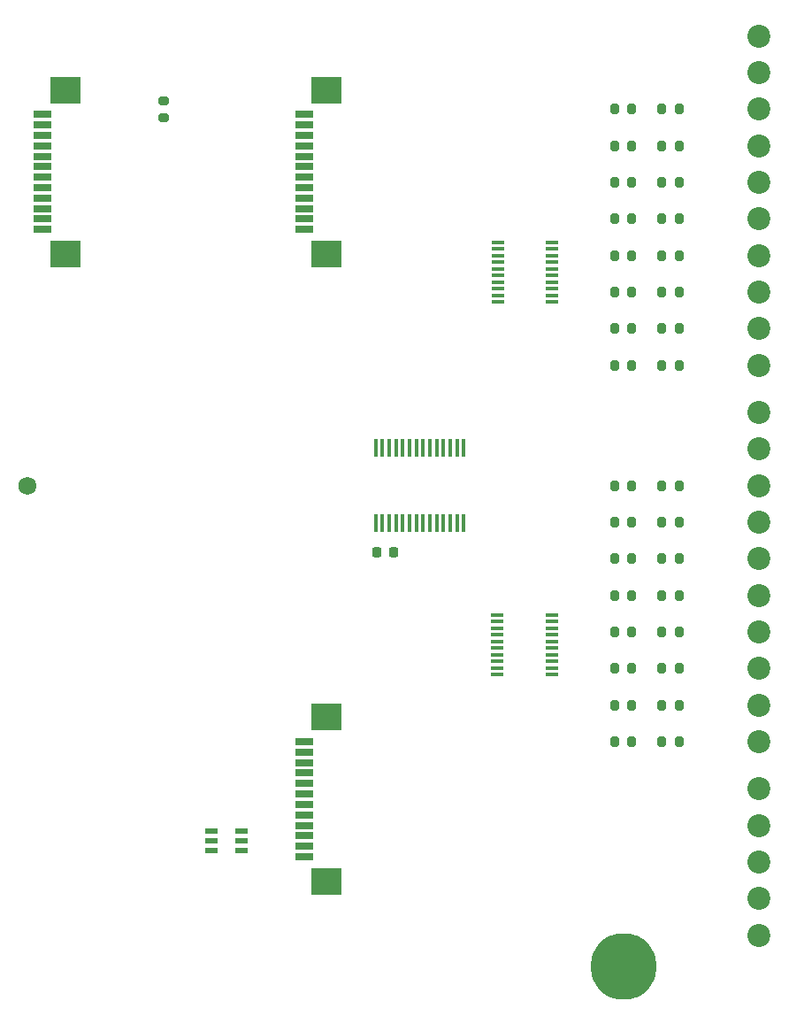
<source format=gbr>
%TF.GenerationSoftware,KiCad,Pcbnew,9.0.0*%
%TF.CreationDate,2025-03-09T11:05:24+03:00*%
%TF.ProjectId,PM_CNV-DI16_sink,504d5f43-4e56-42d4-9449-31365f73696e,rev?*%
%TF.SameCoordinates,Original*%
%TF.FileFunction,Soldermask,Top*%
%TF.FilePolarity,Negative*%
%FSLAX46Y46*%
G04 Gerber Fmt 4.6, Leading zero omitted, Abs format (unit mm)*
G04 Created by KiCad (PCBNEW 9.0.0) date 2025-03-09 11:05:24*
%MOMM*%
%LPD*%
G01*
G04 APERTURE LIST*
G04 Aperture macros list*
%AMRoundRect*
0 Rectangle with rounded corners*
0 $1 Rounding radius*
0 $2 $3 $4 $5 $6 $7 $8 $9 X,Y pos of 4 corners*
0 Add a 4 corners polygon primitive as box body*
4,1,4,$2,$3,$4,$5,$6,$7,$8,$9,$2,$3,0*
0 Add four circle primitives for the rounded corners*
1,1,$1+$1,$2,$3*
1,1,$1+$1,$4,$5*
1,1,$1+$1,$6,$7*
1,1,$1+$1,$8,$9*
0 Add four rect primitives between the rounded corners*
20,1,$1+$1,$2,$3,$4,$5,0*
20,1,$1+$1,$4,$5,$6,$7,0*
20,1,$1+$1,$6,$7,$8,$9,0*
20,1,$1+$1,$8,$9,$2,$3,0*%
G04 Aperture macros list end*
%ADD10RoundRect,0.200000X-0.200000X-0.275000X0.200000X-0.275000X0.200000X0.275000X-0.200000X0.275000X0*%
%ADD11R,1.181100X0.558800*%
%ADD12R,1.200000X0.400000*%
%ADD13RoundRect,0.225000X0.225000X0.250000X-0.225000X0.250000X-0.225000X-0.250000X0.225000X-0.250000X0*%
%ADD14R,0.431800X1.655601*%
%ADD15R,1.803400X0.635000*%
%ADD16R,2.997200X2.590800*%
%ADD17C,2.200000*%
%ADD18C,1.725000*%
%ADD19RoundRect,0.200000X-0.275000X0.200000X-0.275000X-0.200000X0.275000X-0.200000X0.275000X0.200000X0*%
%ADD20O,6.350000X6.350000*%
G04 APERTURE END LIST*
D10*
%TO.C,R31*%
X25675000Y-21000000D03*
X27325000Y-21000000D03*
%TD*%
D11*
%TO.C,U4*%
X-17466850Y-33049999D03*
X-17466850Y-34000000D03*
X-17466850Y-34950001D03*
X-14533150Y-34950001D03*
X-14533150Y-34000000D03*
X-14533150Y-33049999D03*
%TD*%
D10*
%TO.C,R16*%
X25675000Y11500000D03*
X27325000Y11500000D03*
%TD*%
%TO.C,R13*%
X21175000Y15000000D03*
X22825000Y15000000D03*
%TD*%
%TO.C,R18*%
X21175000Y-3500000D03*
X22825000Y-3500000D03*
%TD*%
%TO.C,R28*%
X25675000Y-10500000D03*
X27325000Y-10500000D03*
%TD*%
D12*
%TO.C,U5*%
X15200000Y17550000D03*
X15200000Y18185000D03*
X15200000Y18820000D03*
X15200000Y19455000D03*
X15200000Y20090000D03*
X15200000Y20725000D03*
X15200000Y21360000D03*
X15200000Y21995000D03*
X15200000Y22630000D03*
X15200000Y23265000D03*
X10000000Y23265000D03*
X10000000Y22630000D03*
X10000000Y21995000D03*
X10000000Y21360000D03*
X10000000Y20725000D03*
X10000000Y20090000D03*
X10000000Y19455000D03*
X10000000Y18820000D03*
X10000000Y18185000D03*
X10000000Y17550000D03*
%TD*%
D10*
%TO.C,R4*%
X25675000Y32500000D03*
X27325000Y32500000D03*
%TD*%
%TO.C,R24*%
X21175000Y-24500000D03*
X22825000Y-24500000D03*
%TD*%
%TO.C,R23*%
X21175000Y-21000000D03*
X22825000Y-21000000D03*
%TD*%
%TO.C,R11*%
X21175000Y18500000D03*
X22825000Y18500000D03*
%TD*%
%TO.C,R2*%
X25675000Y36000000D03*
X27325000Y36000000D03*
%TD*%
D13*
%TO.C,C1*%
X-20000Y-6350000D03*
X-1570000Y-6350000D03*
%TD*%
D10*
%TO.C,R20*%
X21175000Y-10500000D03*
X22825000Y-10500000D03*
%TD*%
D14*
%TO.C,U1*%
X6745000Y3627801D03*
X6094999Y3627801D03*
X5445000Y3627801D03*
X4794999Y3627801D03*
X4145001Y3627801D03*
X3494999Y3627801D03*
X2845001Y3627801D03*
X2195002Y3627801D03*
X1545001Y3627801D03*
X895002Y3627801D03*
X245001Y3627801D03*
X-404998Y3627801D03*
X-1054999Y3627801D03*
X-1704998Y3627801D03*
X-1705000Y-3627801D03*
X-1054999Y-3627801D03*
X-405000Y-3627801D03*
X245001Y-3627801D03*
X894999Y-3627801D03*
X1545001Y-3627801D03*
X2194999Y-3627801D03*
X2845001Y-3627801D03*
X3494999Y-3627801D03*
X4145001Y-3627801D03*
X4794999Y-3627801D03*
X5445000Y-3627801D03*
X6094999Y-3627801D03*
X6745000Y-3627801D03*
%TD*%
D10*
%TO.C,R5*%
X21175000Y29000000D03*
X22825000Y29000000D03*
%TD*%
D15*
%TO.C,J12*%
X-8556000Y24500008D03*
X-8556000Y25500006D03*
X-8556000Y26500004D03*
X-8556000Y27500002D03*
X-8556000Y28500000D03*
X-8556000Y29500000D03*
X-8556000Y30500000D03*
X-8556000Y31500000D03*
X-8556000Y32499998D03*
X-8556000Y33499996D03*
X-8556000Y34499994D03*
X-8556000Y35499992D03*
D16*
X-6385999Y22149997D03*
X-6385999Y37850003D03*
%TD*%
D10*
%TO.C,R3*%
X21175000Y32500000D03*
X22825000Y32500000D03*
%TD*%
D17*
%TO.C,J6*%
X35000000Y-43000000D03*
X35000000Y-39500000D03*
X35000000Y-36000000D03*
X35000000Y-32500000D03*
X35000000Y-29000000D03*
%TD*%
D10*
%TO.C,R26*%
X25675000Y-3500000D03*
X27325000Y-3500000D03*
%TD*%
%TO.C,R7*%
X21175000Y25500000D03*
X22825000Y25500000D03*
%TD*%
%TO.C,R17*%
X21175000Y0D03*
X22825000Y0D03*
%TD*%
%TO.C,R32*%
X25675000Y-24500000D03*
X27325000Y-24500000D03*
%TD*%
%TO.C,R8*%
X25675000Y25500000D03*
X27325000Y25500000D03*
%TD*%
%TO.C,R30*%
X25675000Y-17500000D03*
X27325000Y-17500000D03*
%TD*%
%TO.C,R6*%
X25675000Y29000000D03*
X27325000Y29000000D03*
%TD*%
%TO.C,R1*%
X21175000Y36000000D03*
X22825000Y36000000D03*
%TD*%
%TO.C,R22*%
X21175000Y-17500000D03*
X22825000Y-17500000D03*
%TD*%
D18*
%TO.C,U6*%
X-35000000Y0D03*
%TD*%
D15*
%TO.C,J2*%
X-8556000Y-35499992D03*
X-8556000Y-34499994D03*
X-8556000Y-33499996D03*
X-8556000Y-32499998D03*
X-8556000Y-31500000D03*
X-8556000Y-30500000D03*
X-8556000Y-29500000D03*
X-8556000Y-28500000D03*
X-8556000Y-27500002D03*
X-8556000Y-26500004D03*
X-8556000Y-25500006D03*
X-8556000Y-24500008D03*
D16*
X-6385999Y-37850003D03*
X-6385999Y-22149997D03*
%TD*%
D19*
%TO.C,R33*%
X-22000000Y36825000D03*
X-22000000Y35175000D03*
%TD*%
D10*
%TO.C,R10*%
X25675000Y22000000D03*
X27325000Y22000000D03*
%TD*%
%TO.C,R14*%
X25675000Y15000000D03*
X27325000Y15000000D03*
%TD*%
D15*
%TO.C,J1*%
X-33556000Y24500008D03*
X-33556000Y25500006D03*
X-33556000Y26500004D03*
X-33556000Y27500002D03*
X-33556000Y28500000D03*
X-33556000Y29500000D03*
X-33556000Y30500000D03*
X-33556000Y31500000D03*
X-33556000Y32499998D03*
X-33556000Y33499996D03*
X-33556000Y34499994D03*
X-33556000Y35499992D03*
D16*
X-31385999Y22149997D03*
X-31385999Y37850003D03*
%TD*%
D12*
%TO.C,U3*%
X15140000Y-18097500D03*
X15140000Y-17462500D03*
X15140000Y-16827500D03*
X15140000Y-16192500D03*
X15140000Y-15557500D03*
X15140000Y-14922500D03*
X15140000Y-14287500D03*
X15140000Y-13652500D03*
X15140000Y-13017500D03*
X15140000Y-12382500D03*
X9940000Y-12382500D03*
X9940000Y-13017500D03*
X9940000Y-13652500D03*
X9940000Y-14287500D03*
X9940000Y-14922500D03*
X9940000Y-15557500D03*
X9940000Y-16192500D03*
X9940000Y-16827500D03*
X9940000Y-17462500D03*
X9940000Y-18097500D03*
%TD*%
D10*
%TO.C,R12*%
X25675000Y18500000D03*
X27325000Y18500000D03*
%TD*%
%TO.C,R9*%
X21175000Y22000000D03*
X22825000Y22000000D03*
%TD*%
%TO.C,R19*%
X21175000Y-7000000D03*
X22825000Y-7000000D03*
%TD*%
D17*
%TO.C,J4*%
X35000000Y-24500000D03*
X35000000Y-21000000D03*
X35000000Y-17500000D03*
X35000000Y-14000000D03*
X35000000Y-10500000D03*
X35000000Y-7000000D03*
X35000000Y-3500000D03*
X35000000Y0D03*
X35000000Y3500000D03*
X35000000Y7000000D03*
%TD*%
D10*
%TO.C,R27*%
X25675000Y-7000000D03*
X27325000Y-7000000D03*
%TD*%
%TO.C,R25*%
X25675000Y0D03*
X27325000Y0D03*
%TD*%
%TO.C,R21*%
X21175000Y-14000000D03*
X22825000Y-14000000D03*
%TD*%
D20*
%TO.C,PE1*%
X22000000Y-46000000D03*
%TD*%
D17*
%TO.C,J3*%
X35000000Y11500000D03*
X35000000Y15000000D03*
X35000000Y18500000D03*
X35000000Y22000000D03*
X35000000Y25500000D03*
X35000000Y29000000D03*
X35000000Y32500000D03*
X35000000Y36000000D03*
X35000000Y39500000D03*
X35000000Y43000000D03*
%TD*%
D10*
%TO.C,R29*%
X25675000Y-14000000D03*
X27325000Y-14000000D03*
%TD*%
%TO.C,R15*%
X21175000Y11500000D03*
X22825000Y11500000D03*
%TD*%
M02*

</source>
